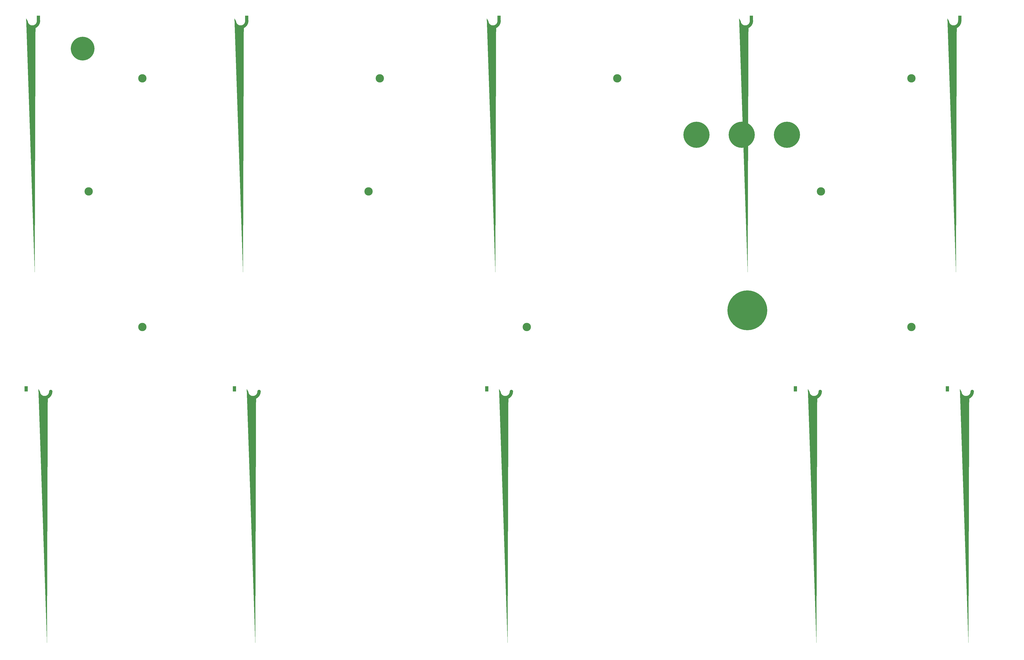
<source format=gbr>
%TF.GenerationSoftware,KiCad,Pcbnew,7.0.5*%
%TF.CreationDate,2023-07-04T16:16:05-04:00*%
%TF.ProjectId,FR4-hotswap-ISO-plate,4652342d-686f-4747-9377-61702d49534f,rev?*%
%TF.SameCoordinates,Original*%
%TF.FileFunction,Soldermask,Bot*%
%TF.FilePolarity,Negative*%
%FSLAX46Y46*%
G04 Gerber Fmt 4.6, Leading zero omitted, Abs format (unit mm)*
G04 Created by KiCad (PCBNEW 7.0.5) date 2023-07-04 16:16:05*
%MOMM*%
%LPD*%
G01*
G04 APERTURE LIST*
G04 Aperture macros list*
%AMFreePoly0*
4,1,71,0.700000,-1.229964,0.735393,-1.487470,0.805521,-1.737758,0.909076,-1.976166,1.044130,-2.198253,1.208167,-2.399882,1.398131,-2.577296,1.610484,-2.727190,1.841269,-2.846774,2.086188,-2.933818,2.340679,-2.986702,2.600000,-3.004440,2.859321,-2.986702,3.113812,-2.933818,3.358731,-2.846774,3.589516,-2.727190,3.801869,-2.577296,3.991833,-2.399882,4.155870,-2.198253,4.290924,-1.976166,
4.394479,-1.737758,4.464607,-1.487470,4.500000,-1.229964,4.500000,-1.100000,4.517550,-0.944235,4.569322,-0.796281,4.652718,-0.663557,4.763557,-0.552718,4.896281,-0.469322,5.044235,-0.417550,5.200000,-0.400000,5.355765,-0.417550,5.503719,-0.469322,5.636443,-0.552718,5.747282,-0.663557,5.830678,-0.796281,5.882450,-0.944235,5.900000,-1.100000,5.881922,-1.444944,5.827887,-1.786109,
5.738487,-2.119756,5.614700,-2.442231,5.457884,-2.750000,5.269756,-3.039691,5.052378,-3.308131,4.808131,-3.552378,4.539691,-3.769756,4.250000,-3.957884,3.942231,-4.114700,3.619756,-4.238487,3.286109,-4.327887,2.944944,-4.381922,2.600000,-4.400000,2.255056,-4.381922,1.913891,-4.327887,1.580244,-4.238487,1.257769,-4.114700,0.950000,-3.957884,0.660309,-3.769756,0.391869,-3.552378,
0.147622,-3.308131,-0.069756,-3.039691,-0.257884,-2.750000,-0.414700,-2.442231,-0.538487,-2.119756,-0.627887,-1.786109,-0.681922,-1.444944,-0.700000,-1.100000,-0.700000,1.100000,0.700000,1.100000,0.700000,-1.229964,0.700000,-1.229964,$1*%
G04 Aperture macros list end*
%ADD10C,3.500000*%
%ADD11FreePoly0,0.000000*%
%ADD12R,1.400000X2.200000*%
%ADD13FreePoly0,180.000000*%
%ADD14C,11.000000*%
%ADD15C,16.800000*%
%ADD16C,10.000000*%
G04 APERTURE END LIST*
D10*
%TO.C,H202*%
X138112616Y9525008D03*
%TD*%
D11*
%TO.C,H102*%
X76887500Y34825000D03*
D12*
X82087500Y34825000D03*
%TD*%
D10*
%TO.C,H205*%
X15478138Y-38100032D03*
%TD*%
D11*
%TO.C,H104*%
X289387500Y34825000D03*
D12*
X294587500Y34825000D03*
%TD*%
D13*
%TO.C,H106*%
X-5662500Y-121375000D03*
D12*
X-10862500Y-121375000D03*
%TD*%
D11*
%TO.C,H105*%
X377137500Y34825000D03*
D12*
X382337500Y34825000D03*
%TD*%
D14*
%TO.C,H2*%
X271462500Y-14287500D03*
%TD*%
D10*
%TO.C,H200*%
X361950304Y-95250080D03*
%TD*%
D11*
%TO.C,H101*%
X-10862500Y34825000D03*
D12*
X-5662500Y34825000D03*
%TD*%
D14*
%TO.C,H3*%
X290512500Y-14287500D03*
%TD*%
D10*
%TO.C,H203*%
X238125200Y9525008D03*
%TD*%
D11*
%TO.C,H103*%
X183137500Y34825000D03*
D12*
X188337500Y34825000D03*
%TD*%
D10*
%TO.C,H209*%
X200025168Y-95250080D03*
%TD*%
%TO.C,H204*%
X361950304Y9525008D03*
%TD*%
D15*
%TO.C,H6*%
X292893750Y-88225250D03*
%TD*%
D13*
%TO.C,H109*%
X318337500Y-121375000D03*
D12*
X313137500Y-121375000D03*
%TD*%
D10*
%TO.C,H208*%
X38100032Y-95250080D03*
%TD*%
D13*
%TO.C,H108*%
X188337500Y-121375000D03*
D12*
X183137500Y-121375000D03*
%TD*%
D14*
%TO.C,H4*%
X309562500Y-14287500D03*
%TD*%
D16*
%TO.C,H5*%
X13000000Y22050000D03*
%TD*%
D10*
%TO.C,H207*%
X323850272Y-38100032D03*
%TD*%
%TO.C,H201*%
X38100032Y9525008D03*
%TD*%
D13*
%TO.C,H110*%
X382337500Y-121375000D03*
D12*
X377137500Y-121375000D03*
%TD*%
D10*
%TO.C,H206*%
X133350112Y-38100032D03*
%TD*%
D13*
%TO.C,H107*%
X82087500Y-121375000D03*
D12*
X76887500Y-121375000D03*
%TD*%
M02*

</source>
